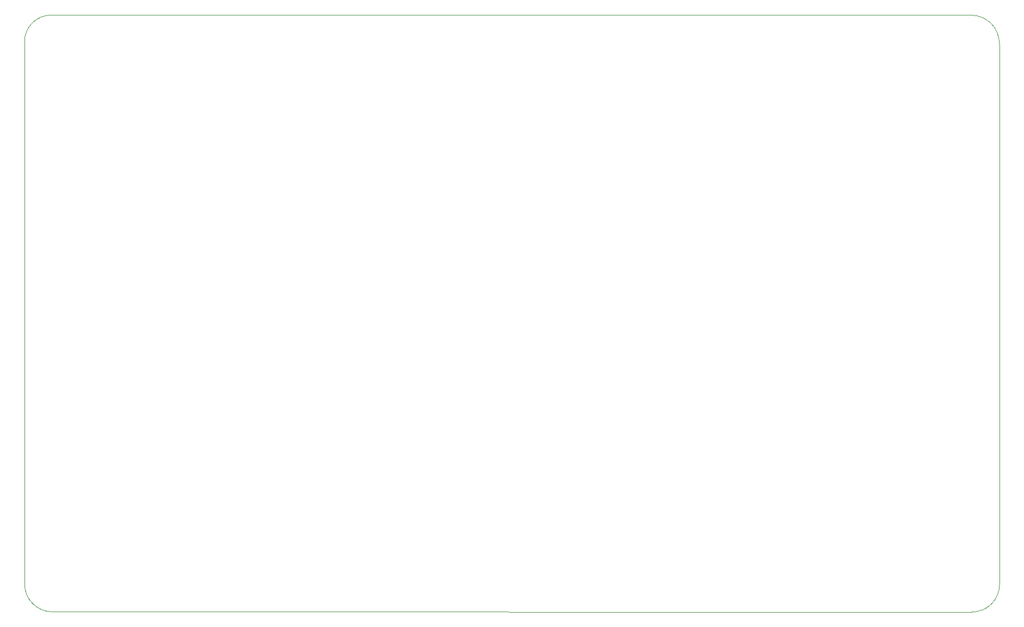
<source format=gbr>
%TF.GenerationSoftware,Altium Limited,Altium Designer,22.7.1 (60)*%
G04 Layer_Color=0*
%FSLAX43Y43*%
%MOMM*%
%TF.SameCoordinates,2ABDD118-431D-4485-972F-9944B14BA474*%
%TF.FilePolarity,Positive*%
%TF.FileFunction,Profile,NP*%
%TF.Part,Single*%
G01*
G75*
%TA.AperFunction,Profile*%
%ADD54C,0.025*%
D54*
X72Y4497D02*
X56Y90729D01*
D02*
G02*
X4332Y95004I4275J0D01*
G01*
X150482Y94984D01*
D02*
G02*
X154984Y90482I0J-4502D01*
G01*
X155011Y4423D01*
D02*
G02*
X150633Y45I-4378J0D01*
G01*
X4498Y72D01*
D02*
G02*
X72Y4497I0J4426D01*
G01*
%TF.MD5,d0227d1aeb674e7cf575ecb91d9db431*%
M02*

</source>
